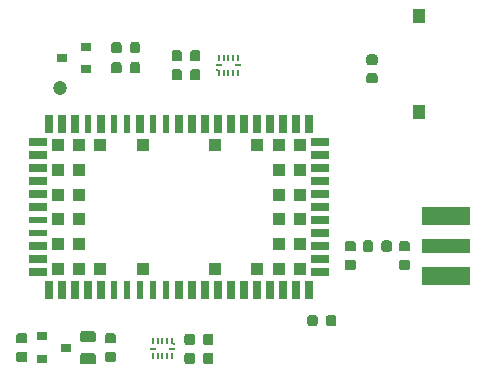
<source format=gtp>
G04 #@! TF.GenerationSoftware,KiCad,Pcbnew,(5.99.0-539-g3370e8996)*
G04 #@! TF.CreationDate,2019-12-19T02:59:25-05:00*
G04 #@! TF.ProjectId,sara_r410m_02b_module_board,73617261-5f72-4343-9130-6d5f3032625f,rev?*
G04 #@! TF.SameCoordinates,Original*
G04 #@! TF.FileFunction,Paste,Top*
G04 #@! TF.FilePolarity,Positive*
%FSLAX46Y46*%
G04 Gerber Fmt 4.6, Leading zero omitted, Abs format (unit mm)*
G04 Created by KiCad (PCBNEW (5.99.0-539-g3370e8996)) date 2019-12-19 02:59:25*
%MOMM*%
%LPD*%
G04 APERTURE LIST*
%ADD10R,1.000000X1.200000*%
%ADD11C,1.200000*%
%ADD12R,0.900000X0.800000*%
%ADD13R,0.250000X0.150000*%
%ADD14R,0.600000X0.200000*%
%ADD15R,0.200000X0.600000*%
%ADD16R,1.100000X1.100000*%
%ADD17R,1.500000X0.800000*%
%ADD18R,1.500000X0.600000*%
%ADD19R,0.800000X1.500000*%
%ADD20R,0.600000X1.500000*%
%ADD21R,4.064000X1.524000*%
%ADD22R,4.064000X1.270000*%
G04 APERTURE END LIST*
D10*
X165500000Y-83810000D03*
X165500000Y-91990000D03*
D11*
X135150000Y-89900000D03*
G36*
X140214962Y-87741651D02*
G01*
X140285930Y-87789070D01*
X140333349Y-87860038D01*
X140350000Y-87943750D01*
X140350000Y-88456250D01*
X140333349Y-88539962D01*
X140285930Y-88610930D01*
X140214962Y-88658349D01*
X140131250Y-88675000D01*
X139693750Y-88675000D01*
X139610038Y-88658349D01*
X139539070Y-88610930D01*
X139491651Y-88539962D01*
X139475000Y-88456250D01*
X139475000Y-87943750D01*
X139491651Y-87860038D01*
X139539070Y-87789070D01*
X139610038Y-87741651D01*
X139693750Y-87725000D01*
X140131250Y-87725000D01*
X140214962Y-87741651D01*
G37*
G36*
X141789962Y-87741651D02*
G01*
X141860930Y-87789070D01*
X141908349Y-87860038D01*
X141925000Y-87943750D01*
X141925000Y-88456250D01*
X141908349Y-88539962D01*
X141860930Y-88610930D01*
X141789962Y-88658349D01*
X141706250Y-88675000D01*
X141268750Y-88675000D01*
X141185038Y-88658349D01*
X141114070Y-88610930D01*
X141066651Y-88539962D01*
X141050000Y-88456250D01*
X141050000Y-87943750D01*
X141066651Y-87860038D01*
X141114070Y-87789070D01*
X141185038Y-87741651D01*
X141268750Y-87725000D01*
X141706250Y-87725000D01*
X141789962Y-87741651D01*
G37*
G36*
X140214962Y-86041651D02*
G01*
X140285930Y-86089070D01*
X140333349Y-86160038D01*
X140350000Y-86243750D01*
X140350000Y-86756250D01*
X140333349Y-86839962D01*
X140285930Y-86910930D01*
X140214962Y-86958349D01*
X140131250Y-86975000D01*
X139693750Y-86975000D01*
X139610038Y-86958349D01*
X139539070Y-86910930D01*
X139491651Y-86839962D01*
X139475000Y-86756250D01*
X139475000Y-86243750D01*
X139491651Y-86160038D01*
X139539070Y-86089070D01*
X139610038Y-86041651D01*
X139693750Y-86025000D01*
X140131250Y-86025000D01*
X140214962Y-86041651D01*
G37*
G36*
X141789962Y-86041651D02*
G01*
X141860930Y-86089070D01*
X141908349Y-86160038D01*
X141925000Y-86243750D01*
X141925000Y-86756250D01*
X141908349Y-86839962D01*
X141860930Y-86910930D01*
X141789962Y-86958349D01*
X141706250Y-86975000D01*
X141268750Y-86975000D01*
X141185038Y-86958349D01*
X141114070Y-86910930D01*
X141066651Y-86839962D01*
X141050000Y-86756250D01*
X141050000Y-86243750D01*
X141066651Y-86160038D01*
X141114070Y-86089070D01*
X141185038Y-86041651D01*
X141268750Y-86025000D01*
X141706250Y-86025000D01*
X141789962Y-86041651D01*
G37*
D12*
X135300000Y-87400000D03*
X137300000Y-86450000D03*
X137300000Y-88350000D03*
D13*
X144775000Y-111575000D03*
D14*
X144600000Y-112000000D03*
D15*
X144600000Y-112650000D03*
X144200000Y-112650000D03*
X143800000Y-112650000D03*
X143400000Y-112650000D03*
X143000000Y-112650000D03*
D14*
X143000000Y-112000000D03*
D15*
X143000000Y-111350000D03*
X143400000Y-111350000D03*
X143800000Y-111350000D03*
X144200000Y-111350000D03*
X144600000Y-111350000D03*
D13*
X148425000Y-88425000D03*
D14*
X148600000Y-88000000D03*
D15*
X148600000Y-87350000D03*
X149000000Y-87350000D03*
X149400000Y-87350000D03*
X149800000Y-87350000D03*
X150200000Y-87350000D03*
D14*
X150200000Y-88000000D03*
D15*
X150200000Y-88650000D03*
X149800000Y-88650000D03*
X149400000Y-88650000D03*
X149000000Y-88650000D03*
X148600000Y-88650000D03*
D16*
X138550000Y-105250000D03*
X142150000Y-105250000D03*
X148250000Y-105250000D03*
X134950000Y-105250000D03*
X134950000Y-103150000D03*
X134950000Y-101050000D03*
X134950000Y-98950000D03*
X134950000Y-96850000D03*
X136750000Y-105250000D03*
X136750000Y-103150000D03*
X136750000Y-101050000D03*
X136750000Y-98950000D03*
X136750000Y-96850000D03*
X151850000Y-105250000D03*
X153650000Y-105250000D03*
X153650000Y-103150000D03*
X153650000Y-101050000D03*
X153650000Y-98950000D03*
X153650000Y-96850000D03*
X155450000Y-105250000D03*
X155450000Y-103150000D03*
X155450000Y-101050000D03*
X155450000Y-98950000D03*
X155450000Y-96850000D03*
X142150000Y-94750000D03*
X138550000Y-94750000D03*
X136750000Y-94750000D03*
X134950000Y-94750000D03*
X148250000Y-94750000D03*
X151850000Y-94750000D03*
X153650000Y-94750000D03*
X155450000Y-94750000D03*
D17*
X157150000Y-94500000D03*
X157150000Y-95600000D03*
X157150000Y-96700000D03*
X157150000Y-97800000D03*
X157150000Y-98900000D03*
X157150000Y-100000000D03*
X157150000Y-101100000D03*
X157150000Y-102200000D03*
X157150000Y-103300000D03*
X157150000Y-104400000D03*
X157150000Y-105500000D03*
X133250000Y-105500000D03*
X133250000Y-104400000D03*
X133250000Y-103300000D03*
D18*
X133250000Y-102200000D03*
X133250000Y-101100000D03*
D17*
X133250000Y-100000000D03*
X133250000Y-98900000D03*
X133250000Y-97800000D03*
X133250000Y-96700000D03*
X133250000Y-95600000D03*
X133250000Y-94500000D03*
D19*
X156200000Y-107000000D03*
X155100000Y-107000000D03*
X154000000Y-107000000D03*
X152900000Y-107000000D03*
X151800000Y-107000000D03*
X150700000Y-107000000D03*
X149600000Y-107000000D03*
X148500000Y-107000000D03*
X147400000Y-107000000D03*
X146300000Y-107000000D03*
X145200000Y-107000000D03*
D20*
X144100000Y-107000000D03*
X143000000Y-107000000D03*
X141900000Y-107000000D03*
X140800000Y-107000000D03*
X139700000Y-107000000D03*
D19*
X138600000Y-107000000D03*
X137500000Y-107000000D03*
X136400000Y-107000000D03*
X135300000Y-107000000D03*
X134200000Y-107000000D03*
X134200000Y-93000000D03*
X135300000Y-93000000D03*
X136400000Y-93000000D03*
D20*
X137500000Y-93000000D03*
D19*
X138600000Y-93000000D03*
D20*
X139700000Y-93000000D03*
X140800000Y-93000000D03*
D19*
X141900000Y-93000000D03*
D20*
X143000000Y-93000000D03*
X144100000Y-93000000D03*
D19*
X145200000Y-93000000D03*
X146300000Y-93000000D03*
X147400000Y-93000000D03*
X148500000Y-93000000D03*
X149600000Y-93000000D03*
X150700000Y-93000000D03*
X151800000Y-93000000D03*
X152900000Y-93000000D03*
X154000000Y-93000000D03*
X155100000Y-93000000D03*
X156200000Y-93000000D03*
G36*
X132239962Y-110691651D02*
G01*
X132310930Y-110739070D01*
X132358349Y-110810038D01*
X132375000Y-110893750D01*
X132375000Y-111331250D01*
X132358349Y-111414962D01*
X132310930Y-111485930D01*
X132239962Y-111533349D01*
X132156250Y-111550000D01*
X131643750Y-111550000D01*
X131560038Y-111533349D01*
X131489070Y-111485930D01*
X131441651Y-111414962D01*
X131425000Y-111331250D01*
X131425000Y-110893750D01*
X131441651Y-110810038D01*
X131489070Y-110739070D01*
X131560038Y-110691651D01*
X131643750Y-110675000D01*
X132156250Y-110675000D01*
X132239962Y-110691651D01*
G37*
G36*
X132239962Y-112266651D02*
G01*
X132310930Y-112314070D01*
X132358349Y-112385038D01*
X132375000Y-112468750D01*
X132375000Y-112906250D01*
X132358349Y-112989962D01*
X132310930Y-113060930D01*
X132239962Y-113108349D01*
X132156250Y-113125000D01*
X131643750Y-113125000D01*
X131560038Y-113108349D01*
X131489070Y-113060930D01*
X131441651Y-112989962D01*
X131425000Y-112906250D01*
X131425000Y-112468750D01*
X131441651Y-112385038D01*
X131489070Y-112314070D01*
X131560038Y-112266651D01*
X131643750Y-112250000D01*
X132156250Y-112250000D01*
X132239962Y-112266651D01*
G37*
G36*
X139739962Y-110691651D02*
G01*
X139810930Y-110739070D01*
X139858349Y-110810038D01*
X139875000Y-110893750D01*
X139875000Y-111331250D01*
X139858349Y-111414962D01*
X139810930Y-111485930D01*
X139739962Y-111533349D01*
X139656250Y-111550000D01*
X139143750Y-111550000D01*
X139060038Y-111533349D01*
X138989070Y-111485930D01*
X138941651Y-111414962D01*
X138925000Y-111331250D01*
X138925000Y-110893750D01*
X138941651Y-110810038D01*
X138989070Y-110739070D01*
X139060038Y-110691651D01*
X139143750Y-110675000D01*
X139656250Y-110675000D01*
X139739962Y-110691651D01*
G37*
G36*
X139739962Y-112266651D02*
G01*
X139810930Y-112314070D01*
X139858349Y-112385038D01*
X139875000Y-112468750D01*
X139875000Y-112906250D01*
X139858349Y-112989962D01*
X139810930Y-113060930D01*
X139739962Y-113108349D01*
X139656250Y-113125000D01*
X139143750Y-113125000D01*
X139060038Y-113108349D01*
X138989070Y-113060930D01*
X138941651Y-112989962D01*
X138925000Y-112906250D01*
X138925000Y-112468750D01*
X138941651Y-112385038D01*
X138989070Y-112314070D01*
X139060038Y-112266651D01*
X139143750Y-112250000D01*
X139656250Y-112250000D01*
X139739962Y-112266651D01*
G37*
G36*
X161514962Y-102841651D02*
G01*
X161585930Y-102889070D01*
X161633349Y-102960038D01*
X161650000Y-103043750D01*
X161650000Y-103556250D01*
X161633349Y-103639962D01*
X161585930Y-103710930D01*
X161514962Y-103758349D01*
X161431250Y-103775000D01*
X160993750Y-103775000D01*
X160910038Y-103758349D01*
X160839070Y-103710930D01*
X160791651Y-103639962D01*
X160775000Y-103556250D01*
X160775000Y-103043750D01*
X160791651Y-102960038D01*
X160839070Y-102889070D01*
X160910038Y-102841651D01*
X160993750Y-102825000D01*
X161431250Y-102825000D01*
X161514962Y-102841651D01*
G37*
G36*
X163089962Y-102841651D02*
G01*
X163160930Y-102889070D01*
X163208349Y-102960038D01*
X163225000Y-103043750D01*
X163225000Y-103556250D01*
X163208349Y-103639962D01*
X163160930Y-103710930D01*
X163089962Y-103758349D01*
X163006250Y-103775000D01*
X162568750Y-103775000D01*
X162485038Y-103758349D01*
X162414070Y-103710930D01*
X162366651Y-103639962D01*
X162350000Y-103556250D01*
X162350000Y-103043750D01*
X162366651Y-102960038D01*
X162414070Y-102889070D01*
X162485038Y-102841651D01*
X162568750Y-102825000D01*
X163006250Y-102825000D01*
X163089962Y-102841651D01*
G37*
D12*
X135600000Y-111900000D03*
X133600000Y-112850000D03*
X133600000Y-110950000D03*
D21*
X167800000Y-105840000D03*
X167800000Y-100760000D03*
D22*
X167800000Y-103300000D03*
G36*
X138049529Y-112368554D02*
G01*
X138128607Y-112421393D01*
X138181446Y-112500471D01*
X138200000Y-112593750D01*
X138200000Y-113081250D01*
X138181446Y-113174529D01*
X138128607Y-113253607D01*
X138049529Y-113306446D01*
X137956250Y-113325000D01*
X137043750Y-113325000D01*
X136950471Y-113306446D01*
X136871393Y-113253607D01*
X136818554Y-113174529D01*
X136800000Y-113081250D01*
X136800000Y-112593750D01*
X136818554Y-112500471D01*
X136871393Y-112421393D01*
X136950471Y-112368554D01*
X137043750Y-112350000D01*
X137956250Y-112350000D01*
X138049529Y-112368554D01*
G37*
G36*
X138049529Y-110493554D02*
G01*
X138128607Y-110546393D01*
X138181446Y-110625471D01*
X138200000Y-110718750D01*
X138200000Y-111206250D01*
X138181446Y-111299529D01*
X138128607Y-111378607D01*
X138049529Y-111431446D01*
X137956250Y-111450000D01*
X137043750Y-111450000D01*
X136950471Y-111431446D01*
X136871393Y-111378607D01*
X136818554Y-111299529D01*
X136800000Y-111206250D01*
X136800000Y-110718750D01*
X136818554Y-110625471D01*
X136871393Y-110546393D01*
X136950471Y-110493554D01*
X137043750Y-110475000D01*
X137956250Y-110475000D01*
X138049529Y-110493554D01*
G37*
G36*
X146414962Y-112341651D02*
G01*
X146485930Y-112389070D01*
X146533349Y-112460038D01*
X146550000Y-112543750D01*
X146550000Y-113056250D01*
X146533349Y-113139962D01*
X146485930Y-113210930D01*
X146414962Y-113258349D01*
X146331250Y-113275000D01*
X145893750Y-113275000D01*
X145810038Y-113258349D01*
X145739070Y-113210930D01*
X145691651Y-113139962D01*
X145675000Y-113056250D01*
X145675000Y-112543750D01*
X145691651Y-112460038D01*
X145739070Y-112389070D01*
X145810038Y-112341651D01*
X145893750Y-112325000D01*
X146331250Y-112325000D01*
X146414962Y-112341651D01*
G37*
G36*
X147989962Y-112341651D02*
G01*
X148060930Y-112389070D01*
X148108349Y-112460038D01*
X148125000Y-112543750D01*
X148125000Y-113056250D01*
X148108349Y-113139962D01*
X148060930Y-113210930D01*
X147989962Y-113258349D01*
X147906250Y-113275000D01*
X147468750Y-113275000D01*
X147385038Y-113258349D01*
X147314070Y-113210930D01*
X147266651Y-113139962D01*
X147250000Y-113056250D01*
X147250000Y-112543750D01*
X147266651Y-112460038D01*
X147314070Y-112389070D01*
X147385038Y-112341651D01*
X147468750Y-112325000D01*
X147906250Y-112325000D01*
X147989962Y-112341651D01*
G37*
G36*
X146414962Y-110741651D02*
G01*
X146485930Y-110789070D01*
X146533349Y-110860038D01*
X146550000Y-110943750D01*
X146550000Y-111456250D01*
X146533349Y-111539962D01*
X146485930Y-111610930D01*
X146414962Y-111658349D01*
X146331250Y-111675000D01*
X145893750Y-111675000D01*
X145810038Y-111658349D01*
X145739070Y-111610930D01*
X145691651Y-111539962D01*
X145675000Y-111456250D01*
X145675000Y-110943750D01*
X145691651Y-110860038D01*
X145739070Y-110789070D01*
X145810038Y-110741651D01*
X145893750Y-110725000D01*
X146331250Y-110725000D01*
X146414962Y-110741651D01*
G37*
G36*
X147989962Y-110741651D02*
G01*
X148060930Y-110789070D01*
X148108349Y-110860038D01*
X148125000Y-110943750D01*
X148125000Y-111456250D01*
X148108349Y-111539962D01*
X148060930Y-111610930D01*
X147989962Y-111658349D01*
X147906250Y-111675000D01*
X147468750Y-111675000D01*
X147385038Y-111658349D01*
X147314070Y-111610930D01*
X147266651Y-111539962D01*
X147250000Y-111456250D01*
X147250000Y-110943750D01*
X147266651Y-110860038D01*
X147314070Y-110789070D01*
X147385038Y-110741651D01*
X147468750Y-110725000D01*
X147906250Y-110725000D01*
X147989962Y-110741651D01*
G37*
G36*
X158389962Y-109141651D02*
G01*
X158460930Y-109189070D01*
X158508349Y-109260038D01*
X158525000Y-109343750D01*
X158525000Y-109856250D01*
X158508349Y-109939962D01*
X158460930Y-110010930D01*
X158389962Y-110058349D01*
X158306250Y-110075000D01*
X157868750Y-110075000D01*
X157785038Y-110058349D01*
X157714070Y-110010930D01*
X157666651Y-109939962D01*
X157650000Y-109856250D01*
X157650000Y-109343750D01*
X157666651Y-109260038D01*
X157714070Y-109189070D01*
X157785038Y-109141651D01*
X157868750Y-109125000D01*
X158306250Y-109125000D01*
X158389962Y-109141651D01*
G37*
G36*
X156814962Y-109141651D02*
G01*
X156885930Y-109189070D01*
X156933349Y-109260038D01*
X156950000Y-109343750D01*
X156950000Y-109856250D01*
X156933349Y-109939962D01*
X156885930Y-110010930D01*
X156814962Y-110058349D01*
X156731250Y-110075000D01*
X156293750Y-110075000D01*
X156210038Y-110058349D01*
X156139070Y-110010930D01*
X156091651Y-109939962D01*
X156075000Y-109856250D01*
X156075000Y-109343750D01*
X156091651Y-109260038D01*
X156139070Y-109189070D01*
X156210038Y-109141651D01*
X156293750Y-109125000D01*
X156731250Y-109125000D01*
X156814962Y-109141651D01*
G37*
G36*
X146889962Y-86741651D02*
G01*
X146960930Y-86789070D01*
X147008349Y-86860038D01*
X147025000Y-86943750D01*
X147025000Y-87456250D01*
X147008349Y-87539962D01*
X146960930Y-87610930D01*
X146889962Y-87658349D01*
X146806250Y-87675000D01*
X146368750Y-87675000D01*
X146285038Y-87658349D01*
X146214070Y-87610930D01*
X146166651Y-87539962D01*
X146150000Y-87456250D01*
X146150000Y-86943750D01*
X146166651Y-86860038D01*
X146214070Y-86789070D01*
X146285038Y-86741651D01*
X146368750Y-86725000D01*
X146806250Y-86725000D01*
X146889962Y-86741651D01*
G37*
G36*
X145314962Y-86741651D02*
G01*
X145385930Y-86789070D01*
X145433349Y-86860038D01*
X145450000Y-86943750D01*
X145450000Y-87456250D01*
X145433349Y-87539962D01*
X145385930Y-87610930D01*
X145314962Y-87658349D01*
X145231250Y-87675000D01*
X144793750Y-87675000D01*
X144710038Y-87658349D01*
X144639070Y-87610930D01*
X144591651Y-87539962D01*
X144575000Y-87456250D01*
X144575000Y-86943750D01*
X144591651Y-86860038D01*
X144639070Y-86789070D01*
X144710038Y-86741651D01*
X144793750Y-86725000D01*
X145231250Y-86725000D01*
X145314962Y-86741651D01*
G37*
G36*
X146889962Y-88341651D02*
G01*
X146960930Y-88389070D01*
X147008349Y-88460038D01*
X147025000Y-88543750D01*
X147025000Y-89056250D01*
X147008349Y-89139962D01*
X146960930Y-89210930D01*
X146889962Y-89258349D01*
X146806250Y-89275000D01*
X146368750Y-89275000D01*
X146285038Y-89258349D01*
X146214070Y-89210930D01*
X146166651Y-89139962D01*
X146150000Y-89056250D01*
X146150000Y-88543750D01*
X146166651Y-88460038D01*
X146214070Y-88389070D01*
X146285038Y-88341651D01*
X146368750Y-88325000D01*
X146806250Y-88325000D01*
X146889962Y-88341651D01*
G37*
G36*
X145314962Y-88341651D02*
G01*
X145385930Y-88389070D01*
X145433349Y-88460038D01*
X145450000Y-88543750D01*
X145450000Y-89056250D01*
X145433349Y-89139962D01*
X145385930Y-89210930D01*
X145314962Y-89258349D01*
X145231250Y-89275000D01*
X144793750Y-89275000D01*
X144710038Y-89258349D01*
X144639070Y-89210930D01*
X144591651Y-89139962D01*
X144575000Y-89056250D01*
X144575000Y-88543750D01*
X144591651Y-88460038D01*
X144639070Y-88389070D01*
X144710038Y-88341651D01*
X144793750Y-88325000D01*
X145231250Y-88325000D01*
X145314962Y-88341651D01*
G37*
G36*
X164639962Y-104466651D02*
G01*
X164710930Y-104514070D01*
X164758349Y-104585038D01*
X164775000Y-104668750D01*
X164775000Y-105106250D01*
X164758349Y-105189962D01*
X164710930Y-105260930D01*
X164639962Y-105308349D01*
X164556250Y-105325000D01*
X164043750Y-105325000D01*
X163960038Y-105308349D01*
X163889070Y-105260930D01*
X163841651Y-105189962D01*
X163825000Y-105106250D01*
X163825000Y-104668750D01*
X163841651Y-104585038D01*
X163889070Y-104514070D01*
X163960038Y-104466651D01*
X164043750Y-104450000D01*
X164556250Y-104450000D01*
X164639962Y-104466651D01*
G37*
G36*
X164639962Y-102891651D02*
G01*
X164710930Y-102939070D01*
X164758349Y-103010038D01*
X164775000Y-103093750D01*
X164775000Y-103531250D01*
X164758349Y-103614962D01*
X164710930Y-103685930D01*
X164639962Y-103733349D01*
X164556250Y-103750000D01*
X164043750Y-103750000D01*
X163960038Y-103733349D01*
X163889070Y-103685930D01*
X163841651Y-103614962D01*
X163825000Y-103531250D01*
X163825000Y-103093750D01*
X163841651Y-103010038D01*
X163889070Y-102939070D01*
X163960038Y-102891651D01*
X164043750Y-102875000D01*
X164556250Y-102875000D01*
X164639962Y-102891651D01*
G37*
G36*
X160039962Y-104466651D02*
G01*
X160110930Y-104514070D01*
X160158349Y-104585038D01*
X160175000Y-104668750D01*
X160175000Y-105106250D01*
X160158349Y-105189962D01*
X160110930Y-105260930D01*
X160039962Y-105308349D01*
X159956250Y-105325000D01*
X159443750Y-105325000D01*
X159360038Y-105308349D01*
X159289070Y-105260930D01*
X159241651Y-105189962D01*
X159225000Y-105106250D01*
X159225000Y-104668750D01*
X159241651Y-104585038D01*
X159289070Y-104514070D01*
X159360038Y-104466651D01*
X159443750Y-104450000D01*
X159956250Y-104450000D01*
X160039962Y-104466651D01*
G37*
G36*
X160039962Y-102891651D02*
G01*
X160110930Y-102939070D01*
X160158349Y-103010038D01*
X160175000Y-103093750D01*
X160175000Y-103531250D01*
X160158349Y-103614962D01*
X160110930Y-103685930D01*
X160039962Y-103733349D01*
X159956250Y-103750000D01*
X159443750Y-103750000D01*
X159360038Y-103733349D01*
X159289070Y-103685930D01*
X159241651Y-103614962D01*
X159225000Y-103531250D01*
X159225000Y-103093750D01*
X159241651Y-103010038D01*
X159289070Y-102939070D01*
X159360038Y-102891651D01*
X159443750Y-102875000D01*
X159956250Y-102875000D01*
X160039962Y-102891651D01*
G37*
G36*
X161889962Y-88666651D02*
G01*
X161960930Y-88714070D01*
X162008349Y-88785038D01*
X162025000Y-88868750D01*
X162025000Y-89306250D01*
X162008349Y-89389962D01*
X161960930Y-89460930D01*
X161889962Y-89508349D01*
X161806250Y-89525000D01*
X161293750Y-89525000D01*
X161210038Y-89508349D01*
X161139070Y-89460930D01*
X161091651Y-89389962D01*
X161075000Y-89306250D01*
X161075000Y-88868750D01*
X161091651Y-88785038D01*
X161139070Y-88714070D01*
X161210038Y-88666651D01*
X161293750Y-88650000D01*
X161806250Y-88650000D01*
X161889962Y-88666651D01*
G37*
G36*
X161889962Y-87091651D02*
G01*
X161960930Y-87139070D01*
X162008349Y-87210038D01*
X162025000Y-87293750D01*
X162025000Y-87731250D01*
X162008349Y-87814962D01*
X161960930Y-87885930D01*
X161889962Y-87933349D01*
X161806250Y-87950000D01*
X161293750Y-87950000D01*
X161210038Y-87933349D01*
X161139070Y-87885930D01*
X161091651Y-87814962D01*
X161075000Y-87731250D01*
X161075000Y-87293750D01*
X161091651Y-87210038D01*
X161139070Y-87139070D01*
X161210038Y-87091651D01*
X161293750Y-87075000D01*
X161806250Y-87075000D01*
X161889962Y-87091651D01*
G37*
M02*

</source>
